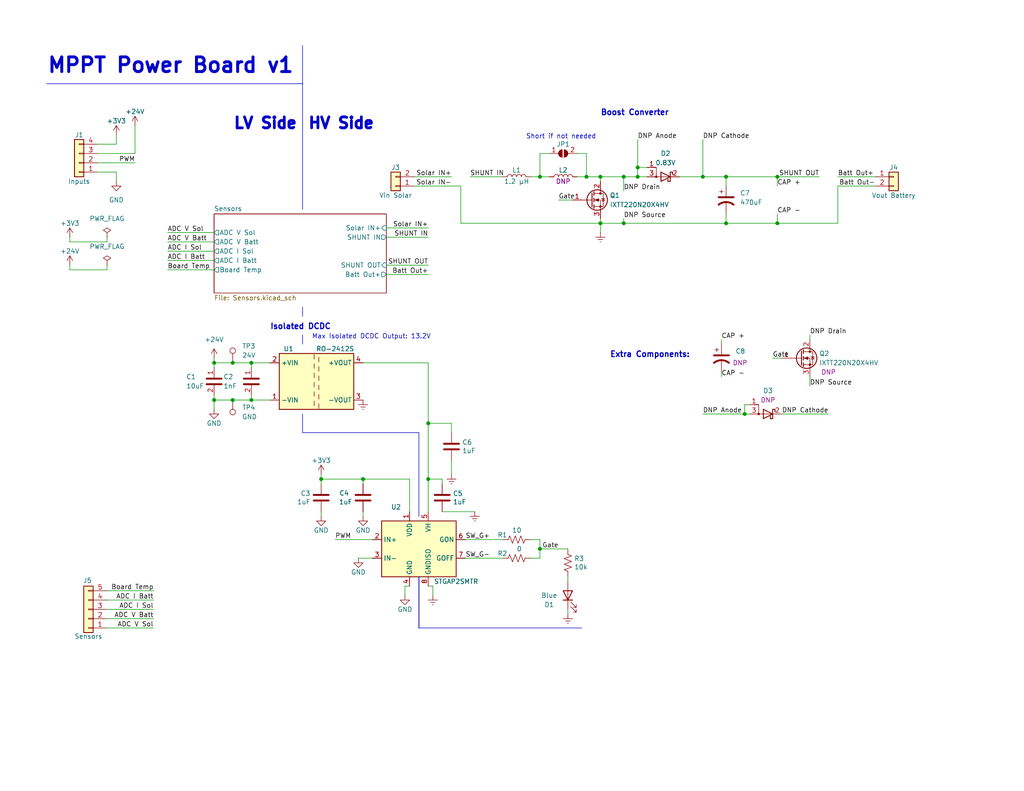
<source format=kicad_sch>
(kicad_sch (version 20231120) (generator "eeschema") (generator_version "8.0")
  (paper "USLetter")
  (title_block (title "Power Board v1") (date "2024-02-21") (rev "1") (company "Illini Solar Car") (comment 1 "Designed By: Alex Lymberopoulos & Alex Chmiel & Akhil Pothineni"))
  (lib_symbols
    (symbol "C_1" (pin_names (offset 0.254))
      (property "Reference" "C" (at 0.635 2.54 0))
      (property "Value" "C_1" (at 0.635 -2.54 0))
      (symbol "C_1_0_1"
        (polyline (pts (xy -2.032 -0.762) (xy 2.032 -0.762)) (stroke (width 0.508)))
        (polyline (pts (xy -2.032 0.762) (xy 2.032 0.762)) (stroke (width 0.508)))
      )
      (symbol "C_1_1_1"
        (pin passive line (at 0 3.81 270) (length 2.794) (name "~") (number "1"))
        (pin passive line (at 0 -3.81 90) (length 2.794) (name "~") (number "2"))
      )
    )
    (symbol "Connector:TestPoint" (pin_numbers hide) (pin_names (offset 0.762) hide)
      (property "Reference" "TP" (at 0 6.858 0))
      (property "Value" "TestPoint" (at 0 5.08 0))
      (symbol "TestPoint_0_1"
        (circle (center 0 3.302) (radius 0.762))
      )
      (symbol "TestPoint_1_1"
        (pin passive line (at 0 0 90) (length 2.54) (name "1") (number "1"))
      )
    )
    (symbol "Connector_Generic:Conn_01x02" (pin_names (offset 1.016) hide)
      (property "Reference" "J" (at 0 2.54 0))
      (property "Value" "Conn_01x02" (at 0 -5.08 0))
      (symbol "Conn_01x02_1_1"
        (rectangle (start -1.27 -2.413) (end 0 -2.667) (stroke (width 0.1524)))
        (rectangle (start -1.27 0.127) (end 0 -0.127) (stroke (width 0.1524)))
        (rectangle (start -1.27 1.27) (end 1.27 -3.81) (stroke (width 0.254)) (fill (type background)))
        (pin passive line (at -5.08 0 0) (length 3.81) (name "Pin_1") (number "1"))
        (pin passive line (at -5.08 -2.54 0) (length 3.81) (name "Pin_2") (number "2"))
      )
    )
    (symbol "Connector_Generic:Conn_01x04" (pin_names (offset 1.016) hide)
      (property "Reference" "J" (at 0 5.08 0))
      (property "Value" "Conn_01x04" (at 0 -7.62 0))
      (symbol "Conn_01x04_1_1"
        (rectangle (start -1.27 -4.953) (end 0 -5.207) (stroke (width 0.1524)))
        (rectangle (start -1.27 -2.413) (end 0 -2.667) (stroke (width 0.1524)))
        (rectangle (start -1.27 0.127) (end 0 -0.127) (stroke (width 0.1524)))
        (rectangle (start -1.27 2.667) (end 0 2.413) (stroke (width 0.1524)))
        (rectangle (start -1.27 3.81) (end 1.27 -6.35) (stroke (width 0.254)) (fill (type background)))
        (pin passive line (at -5.08 2.54 0) (length 3.81) (name "Pin_1") (number "1"))
        (pin passive line (at -5.08 0 0) (length 3.81) (name "Pin_2") (number "2"))
        (pin passive line (at -5.08 -2.54 0) (length 3.81) (name "Pin_3") (number "3"))
        (pin passive line (at -5.08 -5.08 0) (length 3.81) (name "Pin_4") (number "4"))
      )
    )
    (symbol "Connector_Generic:Conn_01x05" (pin_names (offset 1.016) hide)
      (property "Reference" "J" (at 0 7.62 0))
      (property "Value" "Conn_01x05" (at 0 -7.62 0))
      (symbol "Conn_01x05_1_1"
        (rectangle (start -1.27 -4.953) (end 0 -5.207) (stroke (width 0.1524)))
        (rectangle (start -1.27 -2.413) (end 0 -2.667) (stroke (width 0.1524)))
        (rectangle (start -1.27 0.127) (end 0 -0.127) (stroke (width 0.1524)))
        (rectangle (start -1.27 2.667) (end 0 2.413) (stroke (width 0.1524)))
        (rectangle (start -1.27 5.207) (end 0 4.953) (stroke (width 0.1524)))
        (rectangle (start -1.27 6.35) (end 1.27 -6.35) (stroke (width 0.254)) (fill (type background)))
        (pin passive line (at -5.08 5.08 0) (length 3.81) (name "Pin_1") (number "1"))
        (pin passive line (at -5.08 2.54 0) (length 3.81) (name "Pin_2") (number "2"))
        (pin passive line (at -5.08 0 0) (length 3.81) (name "Pin_3") (number "3"))
        (pin passive line (at -5.08 -2.54 0) (length 3.81) (name "Pin_4") (number "4"))
        (pin passive line (at -5.08 -5.08 0) (length 3.81) (name "Pin_5") (number "5"))
      )
    )
    (symbol "Device:D_Schottky_AKA" (pin_names (offset 0) hide)
      (property "Reference" "D" (at 0 2.54 0))
      (property "Value" "D_Schottky_AKA" (at 0 -2.54 0))
      (symbol "D_Schottky_AKA_0_1"
        (polyline (pts (xy 1.27 1.27) (xy 1.27 -1.27) (xy -1.27 0) (xy 1.27 1.27)) (stroke (width 0.254)))
        (polyline (pts (xy 3.81 2.54) (xy 2.54 2.54) (xy 2.54 0) (xy -1.27 0)))
        (polyline (pts (xy -1.905 0.635) (xy -1.905 1.27) (xy -1.27 1.27) (xy -1.27 -1.27) (xy -0.635 -1.27) (xy -0.635 -0.635)) (stroke (width 0.254)))
        (circle (center 2.54 0) (radius 0.254) (fill (type outline)))
      )
      (symbol "D_Schottky_AKA_1_1"
        (pin input line (at 5.08 2.54 180) (length 2.54) (name "A") (number "1"))
        (pin passive line (at -3.81 0 0) (length 2.54) (name "K") (number "2"))
        (pin passive line (at 5.08 0 180) (length 2.54) (name "A") (number "3"))
      )
    )
    (symbol "Device:L" (pin_numbers hide) (pin_names (offset 1.016) hide)
      (property "Reference" "L" (at -1.27 0 90))
      (property "Value" "L" (at 1.905 0 90))
      (symbol "L_0_1"
        (arc (start 0 -2.54) (mid 0.6323 -1.905) (end 0 -1.27))
        (arc (start 0 -1.27) (mid 0.6323 -0.635) (end 0 0))
        (arc (start 0 0) (mid 0.6323 0.635) (end 0 1.27))
        (arc (start 0 1.27) (mid 0.6323 1.905) (end 0 2.54))
      )
      (symbol "L_1_1"
        (pin passive line (at 0 3.81 270) (length 1.27) (name "1") (number "1"))
        (pin passive line (at 0 -3.81 90) (length 1.27) (name "2") (number "2"))
      )
    )
    (symbol "Driver_FET:STGAP2SM"
      (property "Reference" "U" (at -10.16 8.89 0))
      (property "Value" "STGAP2SM" (at 3.81 8.89 0))
      (symbol "STGAP2SM_0_1"
        (rectangle (start -10.16 -7.62) (end 10.16 7.62) (stroke (width 0.254)) (fill (type background)))
      )
      (symbol "STGAP2SM_1_1"
        (pin power_in line (at -2.54 10.16 270) (length 2.54) (name "VDD") (number "1"))
        (pin input line (at -12.7 2.54 0) (length 2.54) (name "IN+") (number "2"))
        (pin input line (at -12.7 -2.54 0) (length 2.54) (name "IN-") (number "3"))
        (pin power_in line (at -2.54 -10.16 90) (length 2.54) (name "GND") (number "4"))
        (pin power_in line (at 2.54 10.16 270) (length 2.54) (name "VH") (number "5"))
        (pin output line (at 12.7 2.54 180) (length 2.54) (name "GON") (number "6"))
        (pin output line (at 12.7 -2.54 180) (length 2.54) (name "GOFF") (number "7"))
        (pin power_in line (at 2.54 -10.16 90) (length 2.54) (name "GNDISO") (number "8"))
      )
    )
    (symbol "Jumper:SolderJumper_2_Open" (pin_names (offset 0) hide)
      (property "Reference" "JP" (at 0 2.032 0))
      (property "Value" "SolderJumper_2_Open" (at 0 -2.54 0))
      (symbol "SolderJumper_2_Open_0_1"
        (arc (start -0.254 1.016) (mid -1.2656 0) (end -0.254 -1.016))
        (arc (start -0.254 1.016) (mid -1.2656 0) (end -0.254 -1.016) (fill (type outline)))
        (polyline (pts (xy -0.254 1.016) (xy -0.254 -1.016)))
        (polyline (pts (xy 0.254 1.016) (xy 0.254 -1.016)))
        (arc (start 0.254 -1.016) (mid 1.2656 0) (end 0.254 1.016))
        (arc (start 0.254 -1.016) (mid 1.2656 0) (end 0.254 1.016) (fill (type outline)))
      )
      (symbol "SolderJumper_2_Open_1_1"
        (pin passive line (at -3.81 0 0) (length 2.54) (name "A") (number "1"))
        (pin passive line (at 3.81 0 180) (length 2.54) (name "B") (number "2"))
      )
    )
    (symbol "Regulator_Switching:CRE1S0305S3C"
      (property "Reference" "U" (at -8.89 8.89 0))
      (property "Value" "CRE1S0305S3C" (at 2.54 8.89 0))
      (symbol "CRE1S0305S3C_0_1"
        (rectangle (start -10.16 7.62) (end 10.16 -7.62) (stroke (width 0.254)) (fill (type background)))
        (polyline (pts (xy -0.635 -5.334) (xy -0.635 -6.604)))
        (polyline (pts (xy -0.635 -2.794) (xy -0.635 -4.064)))
        (polyline (pts (xy -0.635 -0.254) (xy -0.635 -1.524)))
        (polyline (pts (xy -0.635 2.286) (xy -0.635 1.016)))
        (polyline (pts (xy -0.635 4.826) (xy -0.635 3.556)))
        (polyline (pts (xy -0.635 7.366) (xy -0.635 6.096)))
        (polyline (pts (xy 0.635 -7.366) (xy 0.635 -6.096)))
        (polyline (pts (xy 0.635 -4.826) (xy 0.635 -3.556)))
        (polyline (pts (xy 0.635 -2.286) (xy 0.635 -1.016)))
        (polyline (pts (xy 0.635 0.254) (xy 0.635 1.524)))
        (polyline (pts (xy 0.635 2.794) (xy 0.635 4.064)))
        (polyline (pts (xy 0.635 5.334) (xy 0.635 6.604)))
      )
      (symbol "CRE1S0305S3C_1_1"
        (pin power_in line (at -12.7 -5.08 0) (length 2.54) (name "-VIN") (number "1"))
        (pin power_in line (at -12.7 5.08 0) (length 2.54) (name "+VIN") (number "2"))
        (pin power_out line (at 12.7 -5.08 180) (length 2.54) (name "-VOUT") (number "3"))
        (pin power_out line (at 12.7 5.08 180) (length 2.54) (name "+VOUT") (number "4"))
      )
    )
    (symbol "device:C" (pin_numbers hide) (pin_names (offset 0.254))
      (property "Reference" "C" (at 0.635 2.54 0))
      (property "Value" "C" (at 0.635 -2.54 0))
      (symbol "C_0_1"
        (polyline (pts (xy -2.032 -0.762) (xy 2.032 -0.762)) (stroke (width 0.508)))
        (polyline (pts (xy -2.032 0.762) (xy 2.032 0.762)) (stroke (width 0.508)))
      )
      (symbol "C_1_1"
        (pin passive line (at 0 3.81 270) (length 2.794) (name "~") (number "1"))
        (pin passive line (at 0 -3.81 90) (length 2.794) (name "~") (number "2"))
      )
    )
    (symbol "device:C_Polarized_US" (pin_numbers hide) (pin_names (offset 0.254) hide)
      (property "Reference" "C" (at 0.635 2.54 0))
      (property "Value" "C_Polarized_US" (at 0.635 -2.54 0))
      (symbol "C_Polarized_US_0_1"
        (polyline (pts (xy -2.032 0.762) (xy 2.032 0.762)) (stroke (width 0.508)))
        (polyline (pts (xy -1.778 2.286) (xy -0.762 2.286)))
        (polyline (pts (xy -1.27 1.778) (xy -1.27 2.794)))
        (arc (start 2.032 -1.27) (mid 0 -0.5572) (end -2.032 -1.27) (stroke (width 0.508)))
      )
      (symbol "C_Polarized_US_1_1"
        (pin passive line (at 0 3.81 270) (length 2.794) (name "~") (number "1"))
        (pin passive line (at 0 -3.81 90) (length 3.302) (name "~") (number "2"))
      )
    )
    (symbol "device:LED" (pin_numbers hide) (pin_names (offset 1.016) hide)
      (property "Reference" "D" (at 0 2.54 0))
      (property "Value" "LED" (at 0 -2.54 0))
      (symbol "LED_0_1"
        (polyline (pts (xy -1.27 -1.27) (xy -1.27 1.27)) (stroke (width 0.254)))
        (polyline (pts (xy -1.27 0) (xy 1.27 0)))
        (polyline (pts (xy 1.27 -1.27) (xy 1.27 1.27) (xy -1.27 0) (xy 1.27 -1.27)) (stroke (width 0.254)))
        (polyline (pts (xy -3.048 -0.762) (xy -4.572 -2.286) (xy -3.81 -2.286) (xy -4.572 -2.286) (xy -4.572 -1.524)))
        (polyline (pts (xy -1.778 -0.762) (xy -3.302 -2.286) (xy -2.54 -2.286) (xy -3.302 -2.286) (xy -3.302 -1.524)))
      )
      (symbol "LED_1_1"
        (pin passive line (at -3.81 0 0) (length 2.54) (name "K") (number "1"))
        (pin passive line (at 3.81 0 180) (length 2.54) (name "A") (number "2"))
      )
    )
    (symbol "device:Q_NMOS_GDS" (pin_names (offset 0) hide)
      (property "Reference" "Q" (at 5.08 1.27 0))
      (property "Value" "Q_NMOS_GDS" (at 5.08 -1.27 0))
      (symbol "Q_NMOS_GDS_0_1"
        (polyline (pts (xy 0.254 0) (xy -2.54 0)))
        (polyline (pts (xy 0.254 1.905) (xy 0.254 -1.905)) (stroke (width 0.254)))
        (polyline (pts (xy 0.762 -1.27) (xy 0.762 -2.286)) (stroke (width 0.254)))
        (polyline (pts (xy 0.762 0.508) (xy 0.762 -0.508)) (stroke (width 0.254)))
        (polyline (pts (xy 0.762 2.286) (xy 0.762 1.27)) (stroke (width 0.254)))
        (polyline (pts (xy 2.54 2.54) (xy 2.54 1.778)))
        (polyline (pts (xy 2.54 -2.54) (xy 2.54 0) (xy 0.762 0)))
        (polyline (pts (xy 0.762 -1.778) (xy 3.302 -1.778) (xy 3.302 1.778) (xy 0.762 1.778)))
        (polyline (pts (xy 1.016 0) (xy 2.032 0.381) (xy 2.032 -0.381) (xy 1.016 0)) (fill (type outline)))
        (polyline (pts (xy 2.794 0.508) (xy 2.921 0.381) (xy 3.683 0.381) (xy 3.81 0.254)))
        (polyline (pts (xy 3.302 0.381) (xy 2.921 -0.254) (xy 3.683 -0.254) (xy 3.302 0.381)))
        (circle (center 1.651 0) (radius 2.794) (stroke (width 0.254)))
        (circle (center 2.54 -1.778) (radius 0.254) (fill (type outline)))
        (circle (center 2.54 1.778) (radius 0.254) (fill (type outline)))
      )
      (symbol "Q_NMOS_GDS_1_1"
        (pin input line (at -5.08 0 0) (length 2.54) (name "G") (number "1"))
        (pin passive line (at 2.54 5.08 270) (length 2.54) (name "D") (number "2"))
        (pin passive line (at 2.54 -5.08 90) (length 2.54) (name "S") (number "3"))
      )
    )
    (symbol "device:R_US" (pin_numbers hide) (pin_names (offset 0))
      (property "Reference" "R" (at 2.54 0 90))
      (property "Value" "R_US" (at -2.54 0 90))
      (symbol "R_US_0_1"
        (polyline (pts (xy 0 -2.286) (xy 0 -2.54)))
        (polyline (pts (xy 0 2.286) (xy 0 2.54)))
        (polyline (pts (xy 0 -0.762) (xy 1.016 -1.143) (xy 0 -1.524) (xy -1.016 -1.905) (xy 0 -2.286)))
        (polyline (pts (xy 0 0.762) (xy 1.016 0.381) (xy 0 0) (xy -1.016 -0.381) (xy 0 -0.762)))
        (polyline (pts (xy 0 2.286) (xy 1.016 1.905) (xy 0 1.524) (xy -1.016 1.143) (xy 0 0.762)))
      )
      (symbol "R_US_1_1"
        (pin passive line (at 0 3.81 270) (length 1.27) (name "~") (number "1"))
        (pin passive line (at 0 -3.81 90) (length 1.27) (name "~") (number "2"))
      )
    )
    (symbol "power:+24V" (power) (pin_names (offset 0))
      (property "Value" "+24V" (at 0 3.556 0))
      (symbol "+24V_0_1"
        (polyline (pts (xy -0.762 1.27) (xy 0 2.54)))
        (polyline (pts (xy 0 0) (xy 0 2.54)))
        (polyline (pts (xy 0 2.54) (xy 0.762 1.27)))
      )
      (symbol "+24V_1_1"
        (pin power_in line (at 0 0 90) (length 0) hide (name "+24V") (number "1"))
      )
    )
    (symbol "power:+3V3" (power) (pin_names (offset 0))
      (property "Value" "+3V3" (at 0 3.556 0))
      (symbol "+3V3_0_1"
        (polyline (pts (xy -0.762 1.27) (xy 0 2.54)))
        (polyline (pts (xy 0 0) (xy 0 2.54)))
        (polyline (pts (xy 0 2.54) (xy 0.762 1.27)))
      )
      (symbol "+3V3_1_1"
        (pin power_in line (at 0 0 90) (length 0) hide (name "+3V3") (number "1"))
      )
    )
    (symbol "power:Earth" (power) (pin_names (offset 0))
      (symbol "Earth_0_1"
        (polyline (pts (xy -0.635 -1.905) (xy 0.635 -1.905)))
        (polyline (pts (xy -0.127 -2.54) (xy 0.127 -2.54)))
        (polyline (pts (xy 0 -1.27) (xy 0 0)))
        (polyline (pts (xy 1.27 -1.27) (xy -1.27 -1.27)))
      )
      (symbol "Earth_1_1"
        (pin power_in line (at 0 0 270) (length 0) hide (name "Earth") (number "1"))
      )
    )
    (symbol "power:GND" (power) (pin_names (offset 0))
      (property "Value" "GND" (at 0 -3.81 0))
      (symbol "GND_0_1"
        (polyline (pts (xy 0 0) (xy 0 -1.27) (xy 1.27 -1.27) (xy 0 -2.54) (xy -1.27 -1.27) (xy 0 -1.27)))
      )
      (symbol "GND_1_1"
        (pin power_in line (at 0 0 270) (length 0) hide (name "GND") (number "1"))
      )
    )
    (symbol "power:PWR_FLAG" (power) (pin_numbers hide) (pin_names (offset 0) hide)
      (property "Value" "PWR_FLAG" (at 0 3.81 0))
      (symbol "PWR_FLAG_0_0"
        (pin power_out line (at 0 0 90) (length 0) (name "pwr") (number "1"))
      )
      (symbol "PWR_FLAG_0_1"
        (polyline (pts (xy 0 0) (xy 0 1.27) (xy -1.016 1.905) (xy 0 2.54) (xy 1.016 1.905) (xy 0 1.27)))
      )
    )
  )
  (junction (at 173.99 48.26))
  (junction (at 198.12 48.26))
  (junction (at 147.32 48.26))
  (junction (at 116.84 130.81))
  (junction (at 58.42 99.06))
  (junction (at 203.2 113.03))
  (junction (at 68.58 99.06))
  (junction (at 116.84 115.57))
  (junction (at 191.77 48.26))
  (junction (at 58.42 109.22))
  (junction (at 63.5 109.22))
  (junction (at 170.18 48.26))
  (junction (at 163.83 60.96))
  (junction (at 212.09 60.96))
  (junction (at 147.32 149.86))
  (junction (at 212.09 48.26))
  (junction (at 68.58 109.22))
  (junction (at 87.63 130.81))
  (junction (at 63.5 99.06))
  (junction (at 170.18 60.96))
  (junction (at 198.12 60.96))
  (junction (at 163.83 48.26))
  (junction (at 173.99 45.72))
  (junction (at 99.06 130.81))
  (junction (at 160.02 48.26))
  (wire (pts (xy 118.11 162.56) (xy 118.11 160.02)))
  (wire (pts (xy 45.72 73.66) (xy 58.42 73.66)))
  (wire (pts (xy 204.47 110.49) (xy 203.2 110.49)))
  (wire (pts (xy 36.83 34.29) (xy 36.83 41.91)))
  (wire (pts (xy 123.19 125.73) (xy 123.19 129.54)))
  (wire (pts (xy 31.75 46.99) (xy 31.75 49.53)))
  (wire (pts (xy 220.98 102.87) (xy 220.98 105.41)))
  (wire (pts (xy 31.75 36.83) (xy 31.75 39.37)))
  (wire (pts (xy 113.03 48.26) (xy 123.19 48.26)))
  (wire (pts (xy 58.42 109.22) (xy 58.42 111.76)))
  (wire (pts (xy 125.73 60.96) (xy 163.83 60.96)))
  (wire (pts (xy 116.84 115.57) (xy 116.84 130.81)))
  (wire (pts (xy 198.12 48.26) (xy 198.12 50.8)))
  (wire (pts (xy 105.41 72.39) (xy 116.84 72.39)))
  (wire (pts (xy 116.84 160.02) (xy 118.11 160.02)))
  (wire (pts (xy 58.42 99.06) (xy 63.5 99.06)))
  (wire (pts (xy 45.72 71.12) (xy 58.42 71.12)))
  (wire (pts (xy 31.75 39.37) (xy 26.67 39.37)))
  (wire (pts (xy 99.06 130.81) (xy 111.76 130.81)))
  (wire (pts (xy 147.32 147.32) (xy 147.32 149.86)))
  (wire (pts (xy 163.83 59.69) (xy 163.83 60.96)))
  (wire (pts (xy 147.32 41.91) (xy 147.32 48.26)))
  (wire (pts (xy 111.76 130.81) (xy 111.76 139.7)))
  (wire (pts (xy 144.78 147.32) (xy 147.32 147.32)))
  (wire (pts (xy 191.77 38.1) (xy 191.77 48.26)))
  (wire (pts (xy 29.21 66.04) (xy 29.21 64.77)))
  (polyline (pts (xy 114.3 140.97) (xy 114.3 118.11)))
  (polyline (pts (xy 114.3 118.11) (xy 82.55 118.11)))
  (wire (pts (xy 212.09 50.8) (xy 212.09 48.26)))
  (wire (pts (xy 170.18 60.96) (xy 170.18 59.69)))
  (wire (pts (xy 99.06 139.7) (xy 99.06 140.97)))
  (wire (pts (xy 191.77 48.26) (xy 198.12 48.26)))
  (wire (pts (xy 63.5 99.06) (xy 68.58 99.06)))
  (wire (pts (xy 185.42 48.26) (xy 191.77 48.26)))
  (wire (pts (xy 113.03 50.8) (xy 125.73 50.8)))
  (wire (pts (xy 45.72 68.58) (xy 58.42 68.58)))
  (wire (pts (xy 212.09 48.26) (xy 198.12 48.26)))
  (wire (pts (xy 196.85 102.87) (xy 196.85 101.6)))
  (wire (pts (xy 170.18 48.26) (xy 170.18 52.07)))
  (wire (pts (xy 19.05 66.04) (xy 19.05 64.77)))
  (wire (pts (xy 68.58 99.06) (xy 73.66 99.06)))
  (wire (pts (xy 41.91 168.91) (xy 29.21 168.91)))
  (wire (pts (xy 105.41 62.23) (xy 116.84 62.23)))
  (wire (pts (xy 196.85 92.71) (xy 196.85 93.98)))
  (wire (pts (xy 58.42 109.22) (xy 63.5 109.22)))
  (wire (pts (xy 160.02 41.91) (xy 160.02 48.26)))
  (wire (pts (xy 228.6 60.96) (xy 212.09 60.96)))
  (wire (pts (xy 144.78 48.26) (xy 147.32 48.26)))
  (wire (pts (xy 29.21 73.66) (xy 29.21 72.39)))
  (wire (pts (xy 163.83 49.53) (xy 163.83 48.26)))
  (polyline (pts (xy 158.75 171.45) (xy 114.3 171.45)))
  (wire (pts (xy 99.06 99.06) (xy 116.84 99.06)))
  (wire (pts (xy 68.58 99.06) (xy 68.58 100.33)))
  (wire (pts (xy 116.84 115.57) (xy 123.19 115.57)))
  (wire (pts (xy 120.65 139.7) (xy 129.54 139.7)))
  (wire (pts (xy 173.99 48.26) (xy 176.53 48.26)))
  (polyline (pts (xy 114.3 157.48) (xy 114.3 171.45)))
  (polyline (pts (xy 82.55 57.15) (xy 82.55 22.606)))
  (wire (pts (xy 41.91 163.83) (xy 29.21 163.83)))
  (wire (pts (xy 45.72 66.04) (xy 58.42 66.04)))
  (wire (pts (xy 87.63 139.7) (xy 87.63 140.97)))
  (wire (pts (xy 87.63 130.81) (xy 87.63 132.08)))
  (wire (pts (xy 87.63 130.81) (xy 99.06 130.81)))
  (wire (pts (xy 110.49 160.02) (xy 111.76 160.02)))
  (wire (pts (xy 120.65 130.81) (xy 116.84 130.81)))
  (wire (pts (xy 147.32 149.86) (xy 147.32 152.4)))
  (wire (pts (xy 228.6 48.26) (xy 238.76 48.26)))
  (wire (pts (xy 99.06 130.81) (xy 99.06 132.08)))
  (wire (pts (xy 110.49 162.56) (xy 110.49 160.02)))
  (polyline (pts (xy 82.55 86.36) (xy 82.55 83.82)))
  (wire (pts (xy 228.6 50.8) (xy 228.6 60.96)))
  (wire (pts (xy 41.91 171.45) (xy 29.21 171.45)))
  (wire (pts (xy 68.58 107.95) (xy 68.58 109.22)))
  (wire (pts (xy 45.72 63.5) (xy 58.42 63.5)))
  (wire (pts (xy 144.78 152.4) (xy 147.32 152.4)))
  (polyline (pts (xy 82.55 93.98) (xy 82.55 91.44)))
  (wire (pts (xy 154.94 158.75) (xy 154.94 157.48)))
  (polyline (pts (xy 82.55 22.86) (xy 82.55 12.446)))
  (wire (pts (xy 87.63 129.54) (xy 87.63 130.81)))
  (wire (pts (xy 63.5 109.22) (xy 68.58 109.22)))
  (wire (pts (xy 26.67 41.91) (xy 36.83 41.91)))
  (polyline (pts (xy 114.3 157.48) (xy 114.3 171.45)))
  (wire (pts (xy 170.18 48.26) (xy 173.99 48.26)))
  (wire (pts (xy 170.18 60.96) (xy 198.12 60.96)))
  (wire (pts (xy 123.19 115.57) (xy 123.19 118.11)))
  (wire (pts (xy 97.79 152.4) (xy 101.6 152.4)))
  (wire (pts (xy 26.67 44.45) (xy 36.83 44.45)))
  (wire (pts (xy 163.83 60.96) (xy 170.18 60.96)))
  (wire (pts (xy 105.41 64.77) (xy 116.84 64.77)))
  (wire (pts (xy 173.99 45.72) (xy 173.99 48.26)))
  (wire (pts (xy 212.09 48.26) (xy 223.52 48.26)))
  (wire (pts (xy 147.32 48.26) (xy 149.86 48.26)))
  (wire (pts (xy 68.58 109.22) (xy 73.66 109.22)))
  (wire (pts (xy 163.83 60.96) (xy 163.83 63.5)))
  (wire (pts (xy 212.09 58.42) (xy 212.09 60.96)))
  (wire (pts (xy 210.82 97.79) (xy 213.36 97.79)))
  (wire (pts (xy 58.42 97.79) (xy 58.42 99.06)))
  (wire (pts (xy 191.77 113.03) (xy 203.2 113.03)))
  (wire (pts (xy 198.12 60.96) (xy 212.09 60.96)))
  (wire (pts (xy 127 152.4) (xy 137.16 152.4)))
  (wire (pts (xy 149.86 41.91) (xy 147.32 41.91)))
  (wire (pts (xy 127 147.32) (xy 137.16 147.32)))
  (wire (pts (xy 163.83 48.26) (xy 170.18 48.26)))
  (wire (pts (xy 19.05 66.04) (xy 29.21 66.04)))
  (wire (pts (xy 152.4 54.61) (xy 156.21 54.61)))
  (polyline (pts (xy 82.55 118.11) (xy 82.55 113.03)))
  (wire (pts (xy 41.91 166.37) (xy 29.21 166.37)))
  (wire (pts (xy 203.2 110.49) (xy 203.2 113.03)))
  (wire (pts (xy 125.73 50.8) (xy 125.73 60.96)))
  (wire (pts (xy 26.67 46.99) (xy 31.75 46.99)))
  (wire (pts (xy 220.98 91.44) (xy 220.98 92.71)))
  (wire (pts (xy 105.41 74.93) (xy 116.84 74.93)))
  (wire (pts (xy 58.42 107.95) (xy 58.42 109.22)))
  (wire (pts (xy 19.05 73.66) (xy 29.21 73.66)))
  (wire (pts (xy 19.05 73.66) (xy 19.05 72.39)))
  (wire (pts (xy 176.53 45.72) (xy 173.99 45.72)))
  (wire (pts (xy 238.76 50.8) (xy 228.6 50.8)))
  (wire (pts (xy 154.94 167.64) (xy 154.94 166.37)))
  (wire (pts (xy 173.99 38.1) (xy 173.99 45.72)))
  (wire (pts (xy 128.27 48.26) (xy 137.16 48.26)))
  (wire (pts (xy 147.32 149.86) (xy 154.94 149.86)))
  (wire (pts (xy 58.42 100.33) (xy 58.42 99.06)))
  (wire (pts (xy 116.84 130.81) (xy 116.84 139.7)))
  (wire (pts (xy 160.02 48.26) (xy 163.83 48.26)))
  (wire (pts (xy 41.91 161.29) (xy 29.21 161.29)))
  (wire (pts (xy 91.44 147.32) (xy 101.6 147.32)))
  (wire (pts (xy 213.36 113.03) (xy 226.06 113.03)))
  (wire (pts (xy 157.48 48.26) (xy 160.02 48.26)))
  (wire (pts (xy 203.2 113.03) (xy 204.47 113.03)))
  (wire (pts (xy 116.84 99.06) (xy 116.84 115.57)))
  (wire (pts (xy 120.65 130.81) (xy 120.65 132.08)))
  (wire (pts (xy 198.12 58.42) (xy 198.12 60.96)))
  (wire (pts (xy 157.48 41.91) (xy 160.02 41.91)))
  (polyline (pts (xy 12.7 22.86) (xy 82.55 22.86)))
  (text "Boost Converter" (at 163.83 31.75 0) (effects (font (size 1.524 1.524) (thickness 0.3048) (bold yes)) (justify left bottom)))
  (text "LV Side" (at 63.5 35.56 0) (effects (font (size 3 3) (thickness 0.8) (bold yes)) (justify left bottom)))
  (text "Extra Components:" (at 166.37 97.79 0) (effects (font (size 1.524 1.524) (thickness 0.3048) (bold yes)) (justify left bottom)))
  (text "Short if not needed" (at 143.51 38.1 0) (effects (font (size 1.27 1.27)) (justify left bottom)))
  (text "Isolated DCDC" (at 73.66 90.17 0) (effects (font (size 1.524 1.524) (thickness 0.3048) (bold yes)) (justify left bottom)))
  (text "MPPT Power Board v1" (at 12.7 20.32 0) (effects (font (size 4 4) (thickness 0.8) (bold yes)) (justify left bottom)))
  (text "Max Isolated DCDC Output: 13.2V" (at 85.09 92.71 0) (effects (font (size 1.27 1.27)) (justify left bottom)))
  (text "HV Side" (at 83.82 35.56 0) (effects (font (size 3 3) (thickness 0.8) (bold yes)) (justify left bottom)))
  (label "SHUNT IN" (at 128.27 48.26 0))
  (label "ADC I Sol" (at 45.72 68.58 0))
  (label "ADC V Sol" (at 41.91 171.45 180))
  (label "DNP Cathode" (at 226.06 113.03 180))
  (label "Solar IN+" (at 116.84 62.23 180))
  (label "Gate" (at 152.4 149.86 180))
  (label "Solar IN+" (at 123.19 48.26 180))
  (label "DNP Source" (at 170.18 59.69 0))
  (label "Solar IN-" (at 123.19 50.8 180))
  (label "ADC I Sol" (at 41.91 166.37 180))
  (label "SHUNT OUT" (at 116.84 72.39 180))
  (label "Gate" (at 210.82 97.79 0))
  (label "ADC V Batt" (at 41.91 168.91 180))
  (label "Gate" (at 152.4 54.61 0))
  (label "DNP Drain" (at 220.98 91.44 0))
  (label "PWM" (at 91.44 147.32 0))
  (label "CAP +" (at 212.09 50.8 0))
  (label "Board Temp" (at 45.72 73.66 0))
  (label "CAP +" (at 196.85 92.71 0))
  (label "SW_G-" (at 127 152.4 0))
  (label "DNP Anode" (at 173.99 38.1 0))
  (label "DNP Anode" (at 191.77 113.03 0))
  (label "SHUNT OUT" (at 223.52 48.26 180))
  (label "Batt Out+" (at 116.84 74.93 180))
  (label "PWM" (at 36.83 44.45 180))
  (label "Batt Out+" (at 228.6 48.26 0))
  (label "SHUNT IN" (at 116.84 64.77 180))
  (label "DNP Source" (at 220.98 105.41 0))
  (label "ADC I Batt" (at 41.91 163.83 180))
  (label "Board Temp" (at 41.91 161.29 180))
  (label "DNP Drain" (at 170.18 52.07 0))
  (label "Batt Out-" (at 238.76 50.8 180))
  (label "SW_G+" (at 127 147.32 0))
  (label "ADC I Batt" (at 45.72 71.12 0))
  (label "ADC V Batt" (at 45.72 66.04 0))
  (label "ADC V Sol" (at 45.72 63.5 0))
  (label "CAP -" (at 212.09 58.42 0))
  (label "DNP Cathode" (at 191.77 38.1 0))
  (label "CAP -" (at 196.85 102.87 0))
  (symbol (lib_id "device:R_US") (at 140.97 152.4 270) (unit 1)
    (property "Reference" "R2" (at 138.43 151.13 90) (effects (justify right)))
    (property "Value" "0" (at 140.97 149.86 90) (effects (justify left)))
    (property "Footprint" "Resistor_SMD:R_0603_1608Metric_Pad0.98x0.95mm_HandSolder" (effects (hide yes)))
    (property "MPN" "RES SMD 0 OHM 5% 1/10W 0603" (effects (hide yes)))
  )
  (symbol (lib_id "Device:D_Schottky_AKA") (at 209.55 113.03 0) (mirror y) (unit 1)
    (property "Reference" "D3" (at 209.55 106.68 0))
    (property "Value" "0.83V" (effects (hide yes)))
    (property "Footprint" "Package_TO_SOT_SMD:TO-252-2" (effects (hide yes)))
    (property "Datasheet" "https://www.rohm.com/datasheet?p=RB098BM150&dist=Digi-key&media=referral&source=digi-key.com&campaign=Digi-key" (effects (hide yes)))
    (property "MPN" "RB098BM150TL" (effects (hide yes)))
    (property "DNP" "DNP" (at 209.55 109.22 0))
  )
  (symbol (lib_id "device:R_US") (at 154.94 153.67 0) (unit 1)
    (property "Reference" "R3" (at 156.6672 152.5016 0) (effects (justify left)))
    (property "Value" "10k" (at 156.6672 154.813 0) (effects (justify left)))
    (property "Footprint" "Resistor_SMD:R_0603_1608Metric_Pad0.98x0.95mm_HandSolder" (effects (hide yes)))
    (property "MPN" "RES SMD 10K OHM 5% 1/10W 0603" (effects (hide yes)))
  )
  (symbol (lib_id "Device:L") (at 140.97 48.26 90) (unit 1)
    (property "Reference" "L1" (at 140.97 45.72 90) (effects (justify bottom)))
    (property "Value" "1.2 μH" (at 140.97 49.53 90))
    (property "Footprint" "Inductor_SMD:L_Wuerth_HCM-1050" (effects (hide yes)))
    (property "Datasheet" "https://www.we-online.com/components/products/datasheet/744325120.pdf" (effects (hide yes)))
    (property "MPN" "744325120" (effects (hide yes)))
  )
  (symbol (lib_id "power:+3V3") (at 31.75 36.83 0) (mirror y) (unit 1)
    (property "Reference" "#PWR01" (effects (hide yes)))
    (property "Value" "+3V3" (at 31.75 33.02 0))
  )
  (symbol (lib_id "Device:L") (at 153.67 48.26 90) (unit 1)
    (property "Reference" "L2" (at 153.67 45.72 90) (effects (justify bottom)))
    (property "Value" "1.2 μH" (effects (hide yes)))
    (property "Footprint" "Inductor_SMD:L_Wuerth_HCM-1050" (effects (hide yes)))
    (property "Datasheet" "https://www.we-online.com/components/products/datasheet/744325120.pdf" (effects (hide yes)))
    (property "MPN" "744325120" (effects (hide yes)))
    (property "DNP" "DNP" (at 153.67 49.53 90))
  )
  (symbol (lib_id "device:R_US") (at 140.97 147.32 270) (unit 1)
    (property "Reference" "R1" (at 138.43 146.05 90) (effects (justify right)))
    (property "Value" "10" (at 139.7 144.78 90) (effects (justify left)))
    (property "Footprint" "Resistor_SMD:R_0603_1608Metric_Pad0.98x0.95mm_HandSolder" (effects (hide yes)))
    (property "MPN" "RES SMD 10 OHM 5% 1/10W 0603" (effects (hide yes)))
  )
  (symbol (lib_id "power:GND") (at 99.06 140.97 0) (unit 1)
    (property "Reference" "#PWR010" (effects (hide yes)))
    (property "Value" "GND" (at 99.06 144.78 0))
  )
  (symbol (lib_id "Regulator_Switching:CRE1S0305S3C") (at 86.36 104.14 0) (unit 1)
    (property "Reference" "U1" (at 78.74 95.25 0))
    (property "Value" "RO-2412S" (at 91.44 95.25 0))
    (property "Footprint" "Converter_DCDC:Converter_DCDC_RECOM_R-78S-0.1_THT" (effects (hide yes)))
    (property "Datasheet" "https://www.mouser.com/datasheet/2/468/RO-1711124.pdf" (effects (hide yes)))
    (property "MPN" "RO-2412S" (effects (hide yes)))
  )
  (symbol (lib_id "Connector_Generic:Conn_01x05") (at 24.13 166.37 180) (unit 1)
    (property "Reference" "J5" (at 23.876 158.496 0))
    (property "Value" "Sensors" (at 24.13 173.736 0))
    (property "Footprint" "Connector_Molex:Molex_Micro-Fit_3.0_43650-0500_1x05_P3.00mm_Horizontal" (effects (hide yes)))
    (property "Description" "Generic connector, single row, 01x05, script generated (kicad-library-utils/schlib/autogen/connector/)" (effects (hide yes)))
    (property "MPN" "43650-0500" (effects (hide yes)))
  )
  (symbol (lib_id "Device:D_Schottky_AKA") (at 181.61 48.26 0) (mirror y) (unit 1)
    (property "Reference" "D2" (at 181.61 41.91 0))
    (property "Value" "0.83V" (at 181.61 44.45 0))
    (property "Footprint" "Package_TO_SOT_SMD:TO-252-2" (effects (hide yes)))
    (property "Datasheet" "https://www.rohm.com/datasheet?p=RB098BM150&dist=Digi-key&media=referral&source=digi-key.com&campaign=Digi-key" (effects (hide yes)))
    (property "MPN" "RB098BM150TL" (effects (hide yes)))
  )
  (symbol (lib_id "power:Earth") (at 123.19 129.54 0) (unit 1)
    (property "Reference" "#PWR013" (effects (hide yes)))
    (property "Value" "Earth" (effects (hide yes)))
  )
  (symbol (lib_id "Driver_FET:STGAP2SM") (at 114.3 149.86 0) (unit 1)
    (property "Reference" "U2" (at 106.68 138.43 0) (effects (justify left)))
    (property "Value" "STGAP2SMTR" (at 124.46 158.75 0))
    (property "Footprint" "Package_SO:SOIC-8_3.9x4.9mm_P1.27mm" (effects (hide yes)))
    (property "Datasheet" "https://www.st.com/resource/en/datasheet/stgap2s.pdf" (effects (hide yes)))
    (property "MPN" "STGAP2SMTR" (effects (hide yes)))
  )
  (symbol (lib_id "power:GND") (at 87.63 140.97 0) (unit 1)
    (property "Reference" "#PWR07" (effects (hide yes)))
    (property "Value" "GND" (at 87.63 144.78 0))
  )
  (symbol (lib_id "power:Earth") (at 163.83 63.5 0) (unit 1)
    (property "Reference" "#PWR016" (effects (hide yes)))
    (property "Value" "Earth" (effects (hide yes)))
  )
  (symbol (lib_id "device:C") (at 99.06 135.89 0) (mirror y) (unit 1)
    (property "Reference" "C4" (at 95.25 134.62 0) (effects (justify left)))
    (property "Value" "1uF" (at 96.139 137.033 0) (effects (justify left)))
    (property "Footprint" "Capacitor_SMD:C_0603_1608Metric_Pad1.08x0.95mm_HandSolder" (effects (hide yes)))
    (property "MPN" "CAP CER 1uF 25V X5R 0603" (effects (hide yes)))
  )
  (symbol (lib_id "Connector:TestPoint") (at 63.5 99.06 0) (unit 1)
    (property "Reference" "TP3" (at 66.04 94.4879 0) (effects (justify left)))
    (property "Value" "24V" (at 66.04 97.0279 0) (effects (justify left)))
    (property "Footprint" "TestPoint:TestPoint_THTPad_1.0x1.0mm_Drill0.5mm" (effects (hide yes)))
  )
  (symbol (lib_id "Connector:TestPoint") (at 63.5 109.22 180) (unit 1)
    (property "Reference" "TP4" (at 66.04 111.2519 0) (effects (justify right)))
    (property "Value" "GND" (at 66.04 113.7919 0) (effects (justify right)))
    (property "Footprint" "TestPoint:TestPoint_THTPad_1.0x1.0mm_Drill0.5mm" (effects (hide yes)))
  )
  (symbol (lib_id "Connector_Generic:Conn_01x02") (at 107.95 50.8 180) (unit 1)
    (property "Reference" "J3" (at 107.95 45.72 0))
    (property "Value" "Vin Solar" (at 107.95 53.34 0))
    (property "Footprint" "layout:Anderson_Powerpole_45A_1x2_Horizontal_Bottom" (effects (hide yes)))
    (property "Datasheet" "https://www.andersonpower.com/content/dam/app/ecommerce/product-pdfs/DS-PP1545.pdf" (effects (hide yes)))
    (property "MPN" "3-5912P1" (effects (hide yes)))
  )
  (symbol (lib_id "device:C_Polarized_US") (at 196.85 97.79 0) (unit 1)
    (property "Reference" "C8" (at 200.66 95.885 0) (effects (justify left)))
    (property "Value" "470uF" (effects (hide yes)))
    (property "Footprint" "Capacitor_THT:C_Radial_D18.0mm_H35.5mm_P7.50mm" (effects (hide yes)))
    (property "Datasheet" "https://www.chemi-con.co.jp/products/relatedfiles/capacitor/catalog/KXJLL-e.PDF" (effects (hide yes)))
    (property "MPN" "EKXJ201ELL471MM40S" (effects (hide yes)))
    (property "DNP" "DNP" (at 201.93 99.06 0))
  )
  (symbol (lib_id "power:Earth") (at 129.54 139.7 0) (unit 1)
    (property "Reference" "#PWR014" (effects (hide yes)))
    (property "Value" "Earth" (effects (hide yes)))
  )
  (symbol (lib_id "device:LED") (at 154.94 162.56 90) (unit 1)
    (property "Reference" "D1" (at 149.86 165.1 90))
    (property "Value" "Blue" (at 149.86 162.56 90))
    (property "Footprint" "LED_SMD:LED_0603_1608Metric_Pad1.05x0.95mm_HandSolder" (effects (hide yes)))
    (property "MPN" "LED BLUE CLEAR 0603" (effects (hide yes)))
  )
  (symbol (lib_id "power:Earth") (at 154.94 167.64 0) (unit 1)
    (property "Reference" "#PWR015" (effects (hide yes)))
    (property "Value" "Earth" (effects (hide yes)))
  )
  (symbol (lib_id "device:Q_NMOS_GDS") (at 218.44 97.79 0) (unit 1)
    (property "Reference" "Q2" (at 223.52 96.52 0) (effects (justify left)))
    (property "Value" "IXTT220N20X4HV" (at 223.52 99.06 0) (effects (justify left)))
    (property "Footprint" "Package_TO_SOT_SMD:TO-268-2" (effects (hide yes)))
    (property "Datasheet" "https://www.mouser.com/datasheet/2/240/Littelfuse_04202021_littelfuse_discrete_mosfets_n_-2302298.pdf" (effects (hide yes)))
    (property "MPN" "IXTT220N20X4HV" (effects (hide yes)))
    (property "DNP" "DNP" (at 226.06 101.6 0))
  )
  (symbol (lib_id "power:PWR_FLAG") (at 29.21 64.77 0) (unit 1)
    (property "Reference" "#FLG01" (effects (hide yes)))
    (property "Value" "PWR_FLAG" (at 29.21 59.69 0))
    (property "Description" "Special symbol for telling ERC where power comes from" (effects (hide yes)))
  )
  (symbol (lib_id "power:GND") (at 31.75 49.53 0) (mirror y) (unit 1)
    (property "Reference" "#PWR02" (effects (hide yes)))
    (property "Value" "GND" (at 31.75 54.61 0))
  )
  (symbol (lib_id "power:+3V3") (at 19.05 64.77 0) (mirror y) (unit 1)
    (property "Reference" "#PWR041" (effects (hide yes)))
    (property "Value" "+3V3" (at 19.05 60.96 0))
  )
  (symbol (lib_name "C_1") (lib_id "device:C") (at 68.58 104.14 0) (unit 1)
    (property "Reference" "C2" (at 60.96 102.87 0) (effects (justify left)))
    (property "Value" "1nF" (at 60.96 105.41 0) (effects (justify left)))
    (property "Footprint" "Capacitor_SMD:C_0603_1608Metric_Pad1.08x0.95mm_HandSolder" (effects (hide yes)))
    (property "MPN" "CAP CER 1nF 50V X5R 0603" (effects (hide yes)))
  )
  (symbol (lib_id "Connector_Generic:Conn_01x04") (at 21.59 44.45 180) (unit 1)
    (property "Reference" "J1" (at 21.59 36.83 0))
    (property "Value" "Inputs" (at 21.59 49.53 0))
    (property "Footprint" "Connector_Molex:Molex_Micro-Fit_3.0_43650-0400_1x04_P3.00mm_Horizontal" (effects (hide yes)))
    (property "MPN" "43650-0400" (effects (hide yes)))
  )
  (symbol (lib_name "C_1") (lib_id "device:C") (at 58.42 104.14 0) (unit 1)
    (property "Reference" "C1" (at 50.8 102.87 0) (effects (justify left)))
    (property "Value" "10uF" (at 50.8 105.41 0) (effects (justify left)))
    (property "Footprint" "Capacitor_SMD:C_0603_1608Metric_Pad1.08x0.95mm_HandSolder" (effects (hide yes)))
    (property "MPN" "CAP CER 10uF 50V X5R 0603" (effects (hide yes)))
  )
  (symbol (lib_id "power:Earth") (at 118.11 162.56 0) (unit 1)
    (property "Reference" "#PWR012" (effects (hide yes)))
    (property "Value" "Earth" (effects (hide yes)))
  )
  (symbol (lib_id "Connector_Generic:Conn_01x02") (at 243.84 48.26 0) (unit 1)
    (property "Reference" "J4" (at 243.84 45.72 0))
    (property "Value" "Vout Battery" (at 243.84 53.34 0))
    (property "Footprint" "layout:Anderson_Powerpole_45A_1x2_Horizontal_Bottom" (effects (hide yes)))
    (property "Datasheet" "https://www.andersonpower.com/content/dam/app/ecommerce/product-pdfs/DS-PP1545.pdf" (effects (hide yes)))
    (property "MPN" "3-5912P1" (effects (hide yes)))
  )
  (symbol (lib_id "device:C") (at 123.19 121.92 0) (unit 1)
    (property "Reference" "C6" (at 126.111 120.7516 0) (effects (justify left)))
    (property "Value" "1uF" (at 126.111 123.063 0) (effects (justify left)))
    (property "Footprint" "Capacitor_SMD:C_0603_1608Metric_Pad1.08x0.95mm_HandSolder" (effects (hide yes)))
    (property "MPN" "CAP CER 1uF 25V X5R 0603" (effects (hide yes)))
  )
  (symbol (lib_id "device:C") (at 87.63 135.89 0) (mirror y) (unit 1)
    (property "Reference" "C3" (at 84.709 134.7216 0) (effects (justify left)))
    (property "Value" "1uF" (at 84.709 137.033 0) (effects (justify left)))
    (property "Footprint" "Capacitor_SMD:C_0603_1608Metric_Pad1.08x0.95mm_HandSolder" (effects (hide yes)))
    (property "MPN" "CAP CER 1UF 25V X5R 0603" (effects (hide yes)))
  )
  (symbol (lib_id "power:GND") (at 58.42 111.76 0) (unit 1)
    (property "Reference" "#PWR05" (effects (hide yes)))
    (property "Value" "GND" (at 58.42 115.57 0))
  )
  (symbol (lib_id "power:+24V") (at 19.05 72.39 0) (unit 1)
    (property "Reference" "#PWR042" (effects (hide yes)))
    (property "Value" "+24V" (at 19.05 68.58 0))
  )
  (symbol (lib_id "power:PWR_FLAG") (at 29.21 72.39 0) (unit 1)
    (property "Reference" "#FLG02" (effects (hide yes)))
    (property "Value" "PWR_FLAG" (at 29.21 67.31 0))
    (property "Description" "Special symbol for telling ERC where power comes from" (effects (hide yes)))
  )
  (symbol (lib_id "Jumper:SolderJumper_2_Open") (at 153.67 41.91 0) (unit 1)
    (property "Reference" "JP1" (at 153.67 39.37 0))
    (property "Value" "SolderJumper_2_Open" (effects (hide yes)))
    (property "Footprint" "Resistor_SMD:R_0603_1608Metric_Pad0.98x0.95mm_HandSolder" (effects (hide yes)))
  )
  (symbol (lib_id "device:C") (at 120.65 135.89 0) (unit 1)
    (property "Reference" "C5" (at 123.571 134.7216 0) (effects (justify left)))
    (property "Value" "1uF" (at 123.571 137.033 0) (effects (justify left)))
    (property "Footprint" "Capacitor_SMD:C_0603_1608Metric_Pad1.08x0.95mm_HandSolder" (effects (hide yes)))
    (property "MPN" "CAP CER 1UF 25V X5R 0603" (effects (hide yes)))
  )
  (symbol (lib_id "power:+3V3") (at 87.63 129.54 0) (mirror y) (unit 1)
    (property "Reference" "#PWR06" (effects (hide yes)))
    (property "Value" "+3V3" (at 87.63 125.73 0))
  )
  (symbol (lib_id "power:+24V") (at 36.83 34.29 0) (unit 1)
    (property "Reference" "#PWR03" (effects (hide yes)))
    (property "Value" "+24V" (at 36.83 30.48 0))
  )
  (symbol (lib_id "power:GND") (at 110.49 162.56 0) (unit 1)
    (property "Reference" "#PWR011" (effects (hide yes)))
    (property "Value" "GND" (at 110.49 166.37 0))
  )
  (symbol (lib_id "power:GND") (at 97.79 152.4 0) (unit 1)
    (property "Reference" "#PWR08" (effects (hide yes)))
    (property "Value" "GND" (at 97.79 156.21 0))
  )
  (symbol (lib_id "device:C_Polarized_US") (at 198.12 54.61 0) (unit 1)
    (property "Reference" "C7" (at 201.93 52.705 0) (effects (justify left)))
    (property "Value" "470uF" (at 201.93 55.245 0) (effects (justify left)))
    (property "Footprint" "Capacitor_THT:C_Radial_D18.0mm_H35.5mm_P7.50mm" (effects (hide yes)))
    (property "Datasheet" "https://www.chemi-con.co.jp/products/relatedfiles/capacitor/catalog/KXJLL-e.PDF" (effects (hide yes)))
    (property "MPN" "EKXJ201ELL471MM40S" (effects (hide yes)))
  )
  (symbol (lib_id "power:+24V") (at 58.42 97.79 0) (unit 1)
    (property "Reference" "#PWR04" (effects (hide yes)))
    (property "Value" "+24V" (at 58.42 92.71 0))
  )
  (symbol (lib_id "device:Q_NMOS_GDS") (at 161.29 54.61 0) (unit 1)
    (property "Reference" "Q1" (at 166.37 53.34 0) (effects (justify left)))
    (property "Value" "IXTT220N20X4HV" (at 166.37 55.88 0) (effects (justify left)))
    (property "Footprint" "Package_TO_SOT_SMD:TO-268-2" (effects (hide yes)))
    (property "Datasheet" "https://www.mouser.com/datasheet/2/240/Littelfuse_04202021_littelfuse_discrete_mosfets_n_-2302298.pdf" (effects (hide yes)))
    (property "MPN" "IXTT220N20X4HV" (effects (hide yes)))
  )
  (symbol (lib_id "power:Earth") (at 99.06 109.22 0) (unit 1)
    (property "Reference" "#PWR09" (effects (hide yes)))
    (property "Value" "Earth" (effects (hide yes)))
  )
  (sheet (at 58.42 58.42) (size 46.99 21.59) (stroke (width 0.1524))
    (property "Sheetname" "Sensors" (at 58.42 57.7084 0) (effects (justify left bottom)))
    (property "Sheetfile" "Sensors.kicad_sch" (at 58.42 80.5946 0) (effects (justify left top)))
    (pin "Board Temp" output (at 58.42 73.66 180))
    (pin "ADC I Sol" output (at 58.42 68.58 180))
    (pin "ADC V Batt" output (at 58.42 66.04 180))
    (pin "ADC I Batt" output (at 58.42 71.12 180))
    (pin "ADC V Sol" output (at 58.42 63.5 180))
    (pin "Batt Out+" output (at 105.41 74.93 0))
    (pin "SHUNT OUT" input (at 105.41 72.39 0))
    (pin "Solar IN+" input (at 105.41 62.23 0))
    (pin "SHUNT IN" output (at 105.41 64.77 0))
  )
)
</source>
